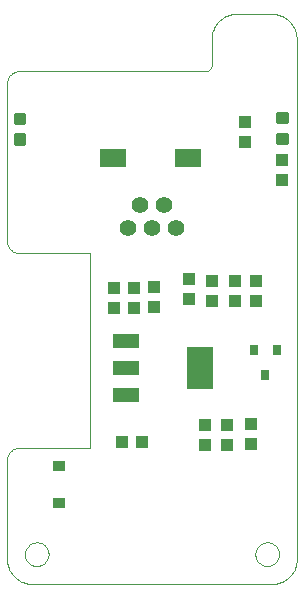
<source format=gtp>
G75*
%MOIN*%
%OFA0B0*%
%FSLAX24Y24*%
%IPPOS*%
%LPD*%
%AMOC8*
5,1,8,0,0,1.08239X$1,22.5*
%
%ADD10C,0.0000*%
%ADD11R,0.0433X0.0394*%
%ADD12R,0.0880X0.0480*%
%ADD13R,0.0866X0.1417*%
%ADD14R,0.0394X0.0433*%
%ADD15R,0.0413X0.0374*%
%ADD16R,0.0315X0.0354*%
%ADD17C,0.0118*%
%ADD18C,0.0560*%
%ADD19R,0.0906X0.0630*%
D10*
X003031Y003256D02*
X003031Y006602D01*
X003033Y006641D01*
X003039Y006679D01*
X003048Y006716D01*
X003061Y006753D01*
X003078Y006788D01*
X003097Y006821D01*
X003120Y006852D01*
X003146Y006881D01*
X003175Y006907D01*
X003206Y006930D01*
X003239Y006949D01*
X003274Y006966D01*
X003311Y006979D01*
X003348Y006988D01*
X003386Y006994D01*
X003425Y006996D01*
X005787Y006996D01*
X005787Y013492D01*
X003425Y013492D01*
X003425Y013491D02*
X003386Y013493D01*
X003348Y013499D01*
X003311Y013508D01*
X003274Y013521D01*
X003239Y013538D01*
X003206Y013557D01*
X003175Y013580D01*
X003146Y013606D01*
X003120Y013635D01*
X003097Y013666D01*
X003078Y013699D01*
X003061Y013734D01*
X003048Y013771D01*
X003039Y013808D01*
X003033Y013846D01*
X003031Y013885D01*
X003031Y019161D01*
X003033Y019200D01*
X003039Y019238D01*
X003048Y019275D01*
X003061Y019312D01*
X003078Y019347D01*
X003097Y019380D01*
X003120Y019411D01*
X003146Y019440D01*
X003175Y019466D01*
X003206Y019489D01*
X003239Y019508D01*
X003274Y019525D01*
X003311Y019538D01*
X003348Y019547D01*
X003386Y019553D01*
X003425Y019555D01*
X009645Y019555D01*
X009671Y019557D01*
X009696Y019562D01*
X009720Y019570D01*
X009744Y019581D01*
X009765Y019596D01*
X009784Y019613D01*
X009801Y019632D01*
X009816Y019654D01*
X009827Y019677D01*
X009835Y019701D01*
X009840Y019726D01*
X009842Y019752D01*
X009842Y020578D01*
X010630Y021466D02*
X011889Y021466D01*
X011944Y021460D01*
X011998Y021452D01*
X012051Y021440D01*
X012104Y021424D01*
X012156Y021405D01*
X012206Y021383D01*
X012254Y021357D01*
X012301Y021328D01*
X012346Y021297D01*
X012389Y021262D01*
X012429Y021225D01*
X012467Y021185D01*
X012502Y021143D01*
X012534Y021098D01*
X012563Y021052D01*
X012589Y021003D01*
X012612Y020954D01*
X012632Y020902D01*
X012648Y020850D01*
X012661Y020796D01*
X012670Y020742D01*
X012676Y020688D01*
X012678Y020633D01*
X012677Y020578D01*
X012677Y003256D01*
X012676Y003256D02*
X012674Y003202D01*
X012669Y003149D01*
X012660Y003096D01*
X012647Y003044D01*
X012631Y002992D01*
X012611Y002942D01*
X012588Y002894D01*
X012561Y002847D01*
X012532Y002802D01*
X012499Y002759D01*
X012464Y002719D01*
X012426Y002681D01*
X012386Y002646D01*
X012343Y002613D01*
X012298Y002584D01*
X012251Y002557D01*
X012203Y002534D01*
X012153Y002514D01*
X012101Y002498D01*
X012049Y002485D01*
X011996Y002476D01*
X011943Y002471D01*
X011889Y002469D01*
X011889Y002468D02*
X003819Y002468D01*
X003819Y002469D02*
X003765Y002471D01*
X003712Y002476D01*
X003659Y002485D01*
X003607Y002498D01*
X003555Y002514D01*
X003505Y002534D01*
X003457Y002557D01*
X003410Y002584D01*
X003365Y002613D01*
X003322Y002646D01*
X003282Y002681D01*
X003244Y002719D01*
X003209Y002759D01*
X003176Y002802D01*
X003147Y002847D01*
X003120Y002894D01*
X003097Y002942D01*
X003077Y002992D01*
X003061Y003044D01*
X003048Y003096D01*
X003039Y003149D01*
X003034Y003202D01*
X003032Y003256D01*
X003621Y003452D02*
X003623Y003491D01*
X003629Y003530D01*
X003639Y003568D01*
X003652Y003605D01*
X003669Y003640D01*
X003689Y003674D01*
X003713Y003705D01*
X003740Y003734D01*
X003769Y003760D01*
X003801Y003783D01*
X003835Y003803D01*
X003871Y003819D01*
X003908Y003831D01*
X003947Y003840D01*
X003986Y003845D01*
X004025Y003846D01*
X004064Y003843D01*
X004103Y003836D01*
X004140Y003825D01*
X004177Y003811D01*
X004212Y003793D01*
X004245Y003772D01*
X004276Y003747D01*
X004304Y003720D01*
X004329Y003690D01*
X004351Y003657D01*
X004370Y003623D01*
X004385Y003587D01*
X004397Y003549D01*
X004405Y003511D01*
X004409Y003472D01*
X004409Y003432D01*
X004405Y003393D01*
X004397Y003355D01*
X004385Y003317D01*
X004370Y003281D01*
X004351Y003247D01*
X004329Y003214D01*
X004304Y003184D01*
X004276Y003157D01*
X004245Y003132D01*
X004212Y003111D01*
X004177Y003093D01*
X004140Y003079D01*
X004103Y003068D01*
X004064Y003061D01*
X004025Y003058D01*
X003986Y003059D01*
X003947Y003064D01*
X003908Y003073D01*
X003871Y003085D01*
X003835Y003101D01*
X003801Y003121D01*
X003769Y003144D01*
X003740Y003170D01*
X003713Y003199D01*
X003689Y003230D01*
X003669Y003264D01*
X003652Y003299D01*
X003639Y003336D01*
X003629Y003374D01*
X003623Y003413D01*
X003621Y003452D01*
X011299Y003452D02*
X011301Y003491D01*
X011307Y003530D01*
X011317Y003568D01*
X011330Y003605D01*
X011347Y003640D01*
X011367Y003674D01*
X011391Y003705D01*
X011418Y003734D01*
X011447Y003760D01*
X011479Y003783D01*
X011513Y003803D01*
X011549Y003819D01*
X011586Y003831D01*
X011625Y003840D01*
X011664Y003845D01*
X011703Y003846D01*
X011742Y003843D01*
X011781Y003836D01*
X011818Y003825D01*
X011855Y003811D01*
X011890Y003793D01*
X011923Y003772D01*
X011954Y003747D01*
X011982Y003720D01*
X012007Y003690D01*
X012029Y003657D01*
X012048Y003623D01*
X012063Y003587D01*
X012075Y003549D01*
X012083Y003511D01*
X012087Y003472D01*
X012087Y003432D01*
X012083Y003393D01*
X012075Y003355D01*
X012063Y003317D01*
X012048Y003281D01*
X012029Y003247D01*
X012007Y003214D01*
X011982Y003184D01*
X011954Y003157D01*
X011923Y003132D01*
X011890Y003111D01*
X011855Y003093D01*
X011818Y003079D01*
X011781Y003068D01*
X011742Y003061D01*
X011703Y003058D01*
X011664Y003059D01*
X011625Y003064D01*
X011586Y003073D01*
X011549Y003085D01*
X011513Y003101D01*
X011479Y003121D01*
X011447Y003144D01*
X011418Y003170D01*
X011391Y003199D01*
X011367Y003230D01*
X011347Y003264D01*
X011330Y003299D01*
X011317Y003336D01*
X011307Y003374D01*
X011301Y003413D01*
X011299Y003452D01*
X009842Y020578D02*
X009841Y020633D01*
X009843Y020688D01*
X009849Y020742D01*
X009858Y020796D01*
X009871Y020850D01*
X009887Y020902D01*
X009907Y020954D01*
X009930Y021003D01*
X009956Y021052D01*
X009985Y021098D01*
X010017Y021143D01*
X010052Y021185D01*
X010090Y021225D01*
X010130Y021262D01*
X010173Y021297D01*
X010218Y021328D01*
X010265Y021357D01*
X010313Y021383D01*
X010363Y021405D01*
X010415Y021424D01*
X010468Y021440D01*
X010521Y021452D01*
X010575Y021460D01*
X010630Y021466D01*
D11*
X012205Y016589D03*
X012205Y015920D03*
X009092Y012623D03*
X009092Y011954D03*
X007912Y011683D03*
X007912Y012352D03*
X007250Y012337D03*
X007250Y011667D03*
X006594Y011654D03*
X006594Y012323D03*
X006860Y007198D03*
X007529Y007198D03*
X009636Y007095D03*
X009636Y007765D03*
X010352Y007765D03*
X010352Y007095D03*
X011145Y007116D03*
X011145Y007785D03*
D12*
X007005Y008755D03*
X007005Y009665D03*
X007005Y010575D03*
D13*
X009445Y009665D03*
D14*
X009852Y011907D03*
X009852Y012576D03*
X010615Y012576D03*
X010615Y011907D03*
X011327Y011907D03*
X011327Y012576D03*
X010966Y017189D03*
X010966Y017858D03*
D15*
X004761Y006396D03*
X004761Y005176D03*
D16*
X011259Y010244D03*
X011633Y009417D03*
X012007Y010244D03*
D17*
X012067Y017156D02*
X012343Y017156D01*
X012067Y017156D02*
X012067Y017432D01*
X012343Y017432D01*
X012343Y017156D01*
X012343Y017273D02*
X012067Y017273D01*
X012067Y017390D02*
X012343Y017390D01*
X012343Y017847D02*
X012067Y017847D01*
X012067Y018123D01*
X012343Y018123D01*
X012343Y017847D01*
X012343Y017964D02*
X012067Y017964D01*
X012067Y018081D02*
X012343Y018081D01*
X003601Y017832D02*
X003325Y017832D01*
X003325Y018108D01*
X003601Y018108D01*
X003601Y017832D01*
X003601Y017949D02*
X003325Y017949D01*
X003325Y018066D02*
X003601Y018066D01*
X003601Y017141D02*
X003325Y017141D01*
X003325Y017417D01*
X003601Y017417D01*
X003601Y017141D01*
X003601Y017258D02*
X003325Y017258D01*
X003325Y017375D02*
X003601Y017375D01*
D18*
X007067Y014317D03*
X007460Y015104D03*
X007854Y014317D03*
X008248Y015104D03*
X008641Y014317D03*
D19*
X009045Y016667D03*
X006565Y016667D03*
M02*

</source>
